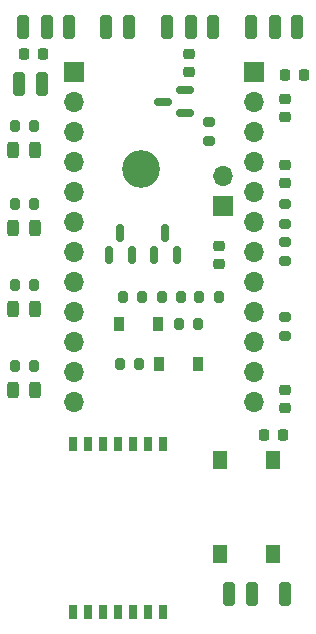
<source format=gbr>
%TF.GenerationSoftware,KiCad,Pcbnew,(6.0.2)*%
%TF.CreationDate,2022-05-15T19:04:19+02:00*%
%TF.ProjectId,unfancyRemote,756e6661-6e63-4795-9265-6d6f74652e6b,rev?*%
%TF.SameCoordinates,Original*%
%TF.FileFunction,Soldermask,Top*%
%TF.FilePolarity,Negative*%
%FSLAX46Y46*%
G04 Gerber Fmt 4.6, Leading zero omitted, Abs format (unit mm)*
G04 Created by KiCad (PCBNEW (6.0.2)) date 2022-05-15 19:04:19*
%MOMM*%
%LPD*%
G01*
G04 APERTURE LIST*
G04 Aperture macros list*
%AMRoundRect*
0 Rectangle with rounded corners*
0 $1 Rounding radius*
0 $2 $3 $4 $5 $6 $7 $8 $9 X,Y pos of 4 corners*
0 Add a 4 corners polygon primitive as box body*
4,1,4,$2,$3,$4,$5,$6,$7,$8,$9,$2,$3,0*
0 Add four circle primitives for the rounded corners*
1,1,$1+$1,$2,$3*
1,1,$1+$1,$4,$5*
1,1,$1+$1,$6,$7*
1,1,$1+$1,$8,$9*
0 Add four rect primitives between the rounded corners*
20,1,$1+$1,$2,$3,$4,$5,0*
20,1,$1+$1,$4,$5,$6,$7,0*
20,1,$1+$1,$6,$7,$8,$9,0*
20,1,$1+$1,$8,$9,$2,$3,0*%
G04 Aperture macros list end*
%ADD10RoundRect,0.200000X-0.200000X-0.275000X0.200000X-0.275000X0.200000X0.275000X-0.200000X0.275000X0*%
%ADD11RoundRect,0.225000X-0.225000X-0.250000X0.225000X-0.250000X0.225000X0.250000X-0.225000X0.250000X0*%
%ADD12RoundRect,0.243750X0.243750X0.456250X-0.243750X0.456250X-0.243750X-0.456250X0.243750X-0.456250X0*%
%ADD13RoundRect,0.225000X-0.250000X0.225000X-0.250000X-0.225000X0.250000X-0.225000X0.250000X0.225000X0*%
%ADD14R,1.700000X1.700000*%
%ADD15O,1.700000X1.700000*%
%ADD16RoundRect,0.200000X0.200000X0.275000X-0.200000X0.275000X-0.200000X-0.275000X0.200000X-0.275000X0*%
%ADD17R,0.800000X1.200000*%
%ADD18C,3.200000*%
%ADD19R,0.900000X1.200000*%
%ADD20RoundRect,0.250000X0.250000X0.750000X-0.250000X0.750000X-0.250000X-0.750000X0.250000X-0.750000X0*%
%ADD21RoundRect,0.200000X0.275000X-0.200000X0.275000X0.200000X-0.275000X0.200000X-0.275000X-0.200000X0*%
%ADD22RoundRect,0.150000X0.150000X-0.587500X0.150000X0.587500X-0.150000X0.587500X-0.150000X-0.587500X0*%
%ADD23RoundRect,0.250000X-0.250000X-0.750000X0.250000X-0.750000X0.250000X0.750000X-0.250000X0.750000X0*%
%ADD24RoundRect,0.150000X0.587500X0.150000X-0.587500X0.150000X-0.587500X-0.150000X0.587500X-0.150000X0*%
%ADD25RoundRect,0.200000X-0.275000X0.200000X-0.275000X-0.200000X0.275000X-0.200000X0.275000X0.200000X0*%
%ADD26RoundRect,0.225000X0.250000X-0.225000X0.250000X0.225000X-0.250000X0.225000X-0.250000X-0.225000X0*%
%ADD27R,1.300000X1.550000*%
G04 APERTURE END LIST*
D10*
%TO.C,R1*%
X136970000Y-90170000D03*
X138620000Y-90170000D03*
%TD*%
D11*
%TO.C,C2*%
X144259000Y-71374000D03*
X145809000Y-71374000D03*
%TD*%
%TO.C,C5*%
X122161000Y-69596000D03*
X123711000Y-69596000D03*
%TD*%
D10*
%TO.C,R9*%
X121349000Y-89154000D03*
X122999000Y-89154000D03*
%TD*%
D12*
%TO.C,D3*%
X123111500Y-77724000D03*
X121236500Y-77724000D03*
%TD*%
D13*
%TO.C,C1*%
X136144000Y-69583000D03*
X136144000Y-71133000D03*
%TD*%
D14*
%TO.C,J2*%
X126390000Y-71140000D03*
D15*
X126390000Y-73680000D03*
X126390000Y-76220000D03*
X126390000Y-78760000D03*
X126390000Y-81300000D03*
X126390000Y-83840000D03*
X126390000Y-86380000D03*
X126390000Y-88920000D03*
X126390000Y-91460000D03*
X126390000Y-94000000D03*
X126390000Y-96540000D03*
X126390000Y-99080000D03*
%TD*%
D16*
%TO.C,R3*%
X136905000Y-92456000D03*
X135255000Y-92456000D03*
%TD*%
D17*
%TO.C,U1*%
X133921500Y-102624000D03*
X132651500Y-102624000D03*
X131381500Y-102624000D03*
X130111500Y-102624000D03*
X128841500Y-102624000D03*
X127571500Y-102624000D03*
X126301500Y-102624000D03*
X126301500Y-116848000D03*
X127571500Y-116848000D03*
X128841500Y-116848000D03*
X130111500Y-116848000D03*
X131381500Y-116848000D03*
X132651500Y-116848000D03*
X133921500Y-116848000D03*
%TD*%
D13*
%TO.C,C4*%
X144272000Y-73393000D03*
X144272000Y-74943000D03*
%TD*%
D14*
%TO.C,J1*%
X141630000Y-71120000D03*
D15*
X141630000Y-73660000D03*
X141630000Y-76200000D03*
X141630000Y-78740000D03*
X141630000Y-81280000D03*
X141630000Y-83820000D03*
X141630000Y-86360000D03*
X141630000Y-88900000D03*
X141630000Y-91440000D03*
X141630000Y-93980000D03*
X141630000Y-96520000D03*
X141630000Y-99060000D03*
%TD*%
D18*
%TO.C, *%
X132080000Y-79375000D03*
%TD*%
D13*
%TO.C,C8*%
X144272000Y-98031000D03*
X144272000Y-99581000D03*
%TD*%
D16*
%TO.C,R2*%
X135445000Y-90170000D03*
X133795000Y-90170000D03*
%TD*%
D19*
%TO.C,D1*%
X130176000Y-92456000D03*
X133476000Y-92456000D03*
%TD*%
D13*
%TO.C,C3*%
X144272000Y-78981000D03*
X144272000Y-80531000D03*
%TD*%
D20*
%TO.C,J6*%
X141462000Y-115316000D03*
X139462000Y-115316000D03*
%TD*%
D10*
%TO.C,R5*%
X130493000Y-90170000D03*
X132143000Y-90170000D03*
%TD*%
D15*
%TO.C,J9*%
X138963000Y-79990000D03*
D14*
X138963000Y-82530000D03*
%TD*%
D12*
%TO.C,D4*%
X123111500Y-84328000D03*
X121236500Y-84328000D03*
%TD*%
D10*
%TO.C,R10*%
X121349000Y-96012000D03*
X122999000Y-96012000D03*
%TD*%
D11*
%TO.C,C6*%
X142481000Y-101854000D03*
X144031000Y-101854000D03*
%TD*%
D21*
%TO.C,R11*%
X137795000Y-77025000D03*
X137795000Y-75375000D03*
%TD*%
D22*
%TO.C,Q1*%
X133162000Y-86662500D03*
X135062000Y-86662500D03*
X134112000Y-84787500D03*
%TD*%
D23*
%TO.C,J3*%
X134250000Y-67310000D03*
X136250000Y-67310000D03*
X138176000Y-67310000D03*
%TD*%
D19*
%TO.C,D2*%
X133605000Y-95885000D03*
X136905000Y-95885000D03*
%TD*%
D24*
%TO.C,Q3*%
X135811500Y-74610000D03*
X135811500Y-72710000D03*
X133936500Y-73660000D03*
%TD*%
D21*
%TO.C,R13*%
X144272000Y-84010000D03*
X144272000Y-82360000D03*
%TD*%
D12*
%TO.C,D6*%
X123111500Y-98044000D03*
X121236500Y-98044000D03*
%TD*%
D23*
%TO.C,J8*%
X129048000Y-67310000D03*
X131048000Y-67310000D03*
%TD*%
%TO.C,J4*%
X141362000Y-67310000D03*
X143362000Y-67310000D03*
X145288000Y-67310000D03*
%TD*%
D22*
%TO.C,Q2*%
X129352000Y-86662500D03*
X131252000Y-86662500D03*
X130302000Y-84787500D03*
%TD*%
D10*
%TO.C,R7*%
X121349000Y-75692000D03*
X122999000Y-75692000D03*
%TD*%
D12*
%TO.C,D5*%
X123111500Y-91186000D03*
X121236500Y-91186000D03*
%TD*%
D25*
%TO.C,R14*%
X144272000Y-91885000D03*
X144272000Y-93535000D03*
%TD*%
D20*
%TO.C,J7*%
X144272000Y-115316000D03*
%TD*%
D26*
%TO.C,C7*%
X138684000Y-87389000D03*
X138684000Y-85839000D03*
%TD*%
D23*
%TO.C,J5*%
X122058000Y-67310000D03*
X124058000Y-67310000D03*
X125984000Y-67310000D03*
%TD*%
D10*
%TO.C,R8*%
X121349000Y-82296000D03*
X122999000Y-82296000D03*
%TD*%
%TO.C,R6*%
X130239000Y-95885000D03*
X131889000Y-95885000D03*
%TD*%
D23*
%TO.C,J10*%
X121682000Y-72136000D03*
X123682000Y-72136000D03*
%TD*%
D21*
%TO.C,R12*%
X144272000Y-87185000D03*
X144272000Y-85535000D03*
%TD*%
D27*
%TO.C,SW1*%
X138720000Y-111930000D03*
X138720000Y-103970000D03*
X143220000Y-111930000D03*
X143220000Y-103970000D03*
%TD*%
M02*

</source>
